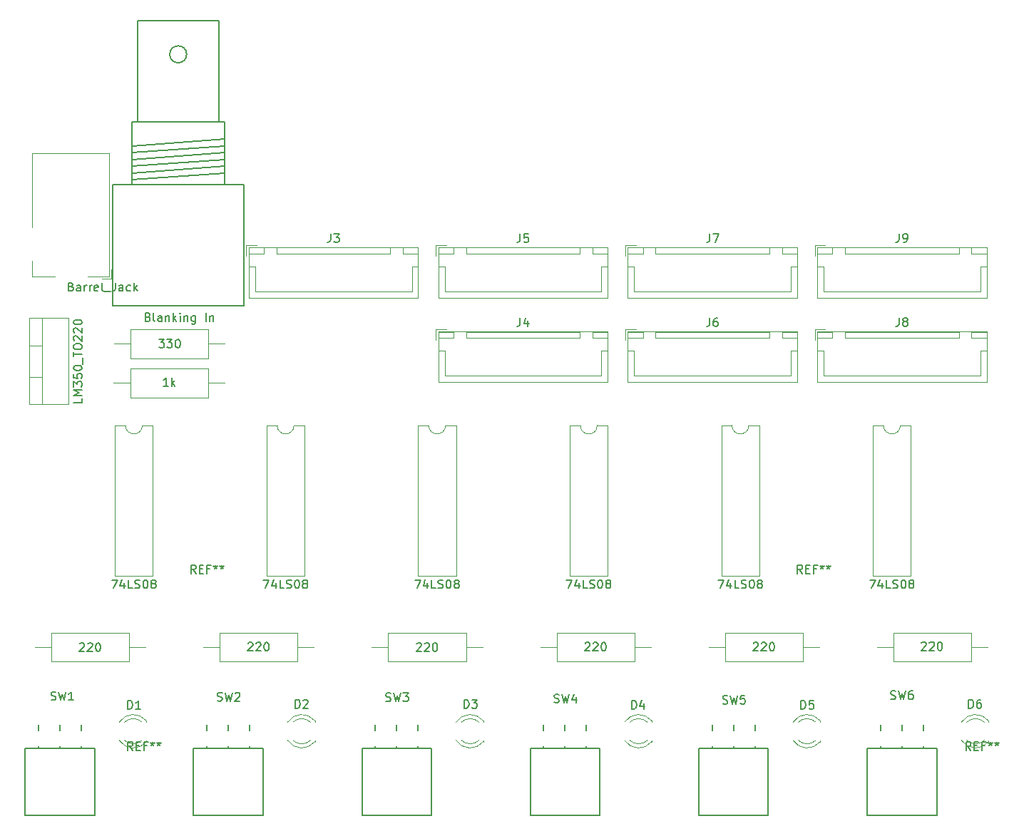
<source format=gbr>
%TF.GenerationSoftware,KiCad,Pcbnew,(6.0.4)*%
%TF.CreationDate,2023-12-08T17:13:01+01:00*%
%TF.ProjectId,BlankingRelay_Base,426c616e-6b69-46e6-9752-656c61795f42,rev?*%
%TF.SameCoordinates,Original*%
%TF.FileFunction,Legend,Top*%
%TF.FilePolarity,Positive*%
%FSLAX46Y46*%
G04 Gerber Fmt 4.6, Leading zero omitted, Abs format (unit mm)*
G04 Created by KiCad (PCBNEW (6.0.4)) date 2023-12-08 17:13:01*
%MOMM*%
%LPD*%
G01*
G04 APERTURE LIST*
%ADD10C,0.150000*%
%ADD11C,0.120000*%
G04 APERTURE END LIST*
D10*
%TO.C,REF\u002A\u002A*%
X123166666Y-121252380D02*
X122833333Y-120776190D01*
X122595238Y-121252380D02*
X122595238Y-120252380D01*
X122976190Y-120252380D01*
X123071428Y-120300000D01*
X123119047Y-120347619D01*
X123166666Y-120442857D01*
X123166666Y-120585714D01*
X123119047Y-120680952D01*
X123071428Y-120728571D01*
X122976190Y-120776190D01*
X122595238Y-120776190D01*
X123595238Y-120728571D02*
X123928571Y-120728571D01*
X124071428Y-121252380D02*
X123595238Y-121252380D01*
X123595238Y-120252380D01*
X124071428Y-120252380D01*
X124833333Y-120728571D02*
X124500000Y-120728571D01*
X124500000Y-121252380D02*
X124500000Y-120252380D01*
X124976190Y-120252380D01*
X125500000Y-120252380D02*
X125500000Y-120490476D01*
X125261904Y-120395238D02*
X125500000Y-120490476D01*
X125738095Y-120395238D01*
X125357142Y-120680952D02*
X125500000Y-120490476D01*
X125642857Y-120680952D01*
X126261904Y-120252380D02*
X126261904Y-120490476D01*
X126023809Y-120395238D02*
X126261904Y-120490476D01*
X126500000Y-120395238D01*
X126119047Y-120680952D02*
X126261904Y-120490476D01*
X126404761Y-120680952D01*
X43666666Y-142252380D02*
X43333333Y-141776190D01*
X43095238Y-142252380D02*
X43095238Y-141252380D01*
X43476190Y-141252380D01*
X43571428Y-141300000D01*
X43619047Y-141347619D01*
X43666666Y-141442857D01*
X43666666Y-141585714D01*
X43619047Y-141680952D01*
X43571428Y-141728571D01*
X43476190Y-141776190D01*
X43095238Y-141776190D01*
X44095238Y-141728571D02*
X44428571Y-141728571D01*
X44571428Y-142252380D02*
X44095238Y-142252380D01*
X44095238Y-141252380D01*
X44571428Y-141252380D01*
X45333333Y-141728571D02*
X45000000Y-141728571D01*
X45000000Y-142252380D02*
X45000000Y-141252380D01*
X45476190Y-141252380D01*
X46000000Y-141252380D02*
X46000000Y-141490476D01*
X45761904Y-141395238D02*
X46000000Y-141490476D01*
X46238095Y-141395238D01*
X45857142Y-141680952D02*
X46000000Y-141490476D01*
X46142857Y-141680952D01*
X46761904Y-141252380D02*
X46761904Y-141490476D01*
X46523809Y-141395238D02*
X46761904Y-141490476D01*
X47000000Y-141395238D01*
X46619047Y-141680952D02*
X46761904Y-141490476D01*
X46904761Y-141680952D01*
X51166666Y-121252380D02*
X50833333Y-120776190D01*
X50595238Y-121252380D02*
X50595238Y-120252380D01*
X50976190Y-120252380D01*
X51071428Y-120300000D01*
X51119047Y-120347619D01*
X51166666Y-120442857D01*
X51166666Y-120585714D01*
X51119047Y-120680952D01*
X51071428Y-120728571D01*
X50976190Y-120776190D01*
X50595238Y-120776190D01*
X51595238Y-120728571D02*
X51928571Y-120728571D01*
X52071428Y-121252380D02*
X51595238Y-121252380D01*
X51595238Y-120252380D01*
X52071428Y-120252380D01*
X52833333Y-120728571D02*
X52500000Y-120728571D01*
X52500000Y-121252380D02*
X52500000Y-120252380D01*
X52976190Y-120252380D01*
X53500000Y-120252380D02*
X53500000Y-120490476D01*
X53261904Y-120395238D02*
X53500000Y-120490476D01*
X53738095Y-120395238D01*
X53357142Y-120680952D02*
X53500000Y-120490476D01*
X53642857Y-120680952D01*
X54261904Y-120252380D02*
X54261904Y-120490476D01*
X54023809Y-120395238D02*
X54261904Y-120490476D01*
X54500000Y-120395238D01*
X54119047Y-120680952D02*
X54261904Y-120490476D01*
X54404761Y-120680952D01*
X143166666Y-142252380D02*
X142833333Y-141776190D01*
X142595238Y-142252380D02*
X142595238Y-141252380D01*
X142976190Y-141252380D01*
X143071428Y-141300000D01*
X143119047Y-141347619D01*
X143166666Y-141442857D01*
X143166666Y-141585714D01*
X143119047Y-141680952D01*
X143071428Y-141728571D01*
X142976190Y-141776190D01*
X142595238Y-141776190D01*
X143595238Y-141728571D02*
X143928571Y-141728571D01*
X144071428Y-142252380D02*
X143595238Y-142252380D01*
X143595238Y-141252380D01*
X144071428Y-141252380D01*
X144833333Y-141728571D02*
X144500000Y-141728571D01*
X144500000Y-142252380D02*
X144500000Y-141252380D01*
X144976190Y-141252380D01*
X145500000Y-141252380D02*
X145500000Y-141490476D01*
X145261904Y-141395238D02*
X145500000Y-141490476D01*
X145738095Y-141395238D01*
X145357142Y-141680952D02*
X145500000Y-141490476D01*
X145642857Y-141680952D01*
X146261904Y-141252380D02*
X146261904Y-141490476D01*
X146023809Y-141395238D02*
X146261904Y-141490476D01*
X146500000Y-141395238D01*
X146119047Y-141680952D02*
X146261904Y-141490476D01*
X146404761Y-141680952D01*
%TO.C,U6*%
X131167142Y-122022380D02*
X131833809Y-122022380D01*
X131405238Y-123022380D01*
X132643333Y-122355714D02*
X132643333Y-123022380D01*
X132405238Y-121974761D02*
X132167142Y-122689047D01*
X132786190Y-122689047D01*
X133643333Y-123022380D02*
X133167142Y-123022380D01*
X133167142Y-122022380D01*
X133929047Y-122974761D02*
X134071904Y-123022380D01*
X134310000Y-123022380D01*
X134405238Y-122974761D01*
X134452857Y-122927142D01*
X134500476Y-122831904D01*
X134500476Y-122736666D01*
X134452857Y-122641428D01*
X134405238Y-122593809D01*
X134310000Y-122546190D01*
X134119523Y-122498571D01*
X134024285Y-122450952D01*
X133976666Y-122403333D01*
X133929047Y-122308095D01*
X133929047Y-122212857D01*
X133976666Y-122117619D01*
X134024285Y-122070000D01*
X134119523Y-122022380D01*
X134357619Y-122022380D01*
X134500476Y-122070000D01*
X135119523Y-122022380D02*
X135214761Y-122022380D01*
X135310000Y-122070000D01*
X135357619Y-122117619D01*
X135405238Y-122212857D01*
X135452857Y-122403333D01*
X135452857Y-122641428D01*
X135405238Y-122831904D01*
X135357619Y-122927142D01*
X135310000Y-122974761D01*
X135214761Y-123022380D01*
X135119523Y-123022380D01*
X135024285Y-122974761D01*
X134976666Y-122927142D01*
X134929047Y-122831904D01*
X134881428Y-122641428D01*
X134881428Y-122403333D01*
X134929047Y-122212857D01*
X134976666Y-122117619D01*
X135024285Y-122070000D01*
X135119523Y-122022380D01*
X136024285Y-122450952D02*
X135929047Y-122403333D01*
X135881428Y-122355714D01*
X135833809Y-122260476D01*
X135833809Y-122212857D01*
X135881428Y-122117619D01*
X135929047Y-122070000D01*
X136024285Y-122022380D01*
X136214761Y-122022380D01*
X136310000Y-122070000D01*
X136357619Y-122117619D01*
X136405238Y-122212857D01*
X136405238Y-122260476D01*
X136357619Y-122355714D01*
X136310000Y-122403333D01*
X136214761Y-122450952D01*
X136024285Y-122450952D01*
X135929047Y-122498571D01*
X135881428Y-122546190D01*
X135833809Y-122641428D01*
X135833809Y-122831904D01*
X135881428Y-122927142D01*
X135929047Y-122974761D01*
X136024285Y-123022380D01*
X136214761Y-123022380D01*
X136310000Y-122974761D01*
X136357619Y-122927142D01*
X136405238Y-122831904D01*
X136405238Y-122641428D01*
X136357619Y-122546190D01*
X136310000Y-122498571D01*
X136214761Y-122450952D01*
%TO.C,J3*%
X67166666Y-80902380D02*
X67166666Y-81616666D01*
X67119047Y-81759523D01*
X67023809Y-81854761D01*
X66880952Y-81902380D01*
X66785714Y-81902380D01*
X67547619Y-80902380D02*
X68166666Y-80902380D01*
X67833333Y-81283333D01*
X67976190Y-81283333D01*
X68071428Y-81330952D01*
X68119047Y-81378571D01*
X68166666Y-81473809D01*
X68166666Y-81711904D01*
X68119047Y-81807142D01*
X68071428Y-81854761D01*
X67976190Y-81902380D01*
X67690476Y-81902380D01*
X67595238Y-81854761D01*
X67547619Y-81807142D01*
%TO.C,U5*%
X113167142Y-122022380D02*
X113833809Y-122022380D01*
X113405238Y-123022380D01*
X114643333Y-122355714D02*
X114643333Y-123022380D01*
X114405238Y-121974761D02*
X114167142Y-122689047D01*
X114786190Y-122689047D01*
X115643333Y-123022380D02*
X115167142Y-123022380D01*
X115167142Y-122022380D01*
X115929047Y-122974761D02*
X116071904Y-123022380D01*
X116310000Y-123022380D01*
X116405238Y-122974761D01*
X116452857Y-122927142D01*
X116500476Y-122831904D01*
X116500476Y-122736666D01*
X116452857Y-122641428D01*
X116405238Y-122593809D01*
X116310000Y-122546190D01*
X116119523Y-122498571D01*
X116024285Y-122450952D01*
X115976666Y-122403333D01*
X115929047Y-122308095D01*
X115929047Y-122212857D01*
X115976666Y-122117619D01*
X116024285Y-122070000D01*
X116119523Y-122022380D01*
X116357619Y-122022380D01*
X116500476Y-122070000D01*
X117119523Y-122022380D02*
X117214761Y-122022380D01*
X117310000Y-122070000D01*
X117357619Y-122117619D01*
X117405238Y-122212857D01*
X117452857Y-122403333D01*
X117452857Y-122641428D01*
X117405238Y-122831904D01*
X117357619Y-122927142D01*
X117310000Y-122974761D01*
X117214761Y-123022380D01*
X117119523Y-123022380D01*
X117024285Y-122974761D01*
X116976666Y-122927142D01*
X116929047Y-122831904D01*
X116881428Y-122641428D01*
X116881428Y-122403333D01*
X116929047Y-122212857D01*
X116976666Y-122117619D01*
X117024285Y-122070000D01*
X117119523Y-122022380D01*
X118024285Y-122450952D02*
X117929047Y-122403333D01*
X117881428Y-122355714D01*
X117833809Y-122260476D01*
X117833809Y-122212857D01*
X117881428Y-122117619D01*
X117929047Y-122070000D01*
X118024285Y-122022380D01*
X118214761Y-122022380D01*
X118310000Y-122070000D01*
X118357619Y-122117619D01*
X118405238Y-122212857D01*
X118405238Y-122260476D01*
X118357619Y-122355714D01*
X118310000Y-122403333D01*
X118214761Y-122450952D01*
X118024285Y-122450952D01*
X117929047Y-122498571D01*
X117881428Y-122546190D01*
X117833809Y-122641428D01*
X117833809Y-122831904D01*
X117881428Y-122927142D01*
X117929047Y-122974761D01*
X118024285Y-123022380D01*
X118214761Y-123022380D01*
X118310000Y-122974761D01*
X118357619Y-122927142D01*
X118405238Y-122831904D01*
X118405238Y-122641428D01*
X118357619Y-122546190D01*
X118310000Y-122498571D01*
X118214761Y-122450952D01*
%TO.C,U4*%
X95167142Y-122022380D02*
X95833809Y-122022380D01*
X95405238Y-123022380D01*
X96643333Y-122355714D02*
X96643333Y-123022380D01*
X96405238Y-121974761D02*
X96167142Y-122689047D01*
X96786190Y-122689047D01*
X97643333Y-123022380D02*
X97167142Y-123022380D01*
X97167142Y-122022380D01*
X97929047Y-122974761D02*
X98071904Y-123022380D01*
X98310000Y-123022380D01*
X98405238Y-122974761D01*
X98452857Y-122927142D01*
X98500476Y-122831904D01*
X98500476Y-122736666D01*
X98452857Y-122641428D01*
X98405238Y-122593809D01*
X98310000Y-122546190D01*
X98119523Y-122498571D01*
X98024285Y-122450952D01*
X97976666Y-122403333D01*
X97929047Y-122308095D01*
X97929047Y-122212857D01*
X97976666Y-122117619D01*
X98024285Y-122070000D01*
X98119523Y-122022380D01*
X98357619Y-122022380D01*
X98500476Y-122070000D01*
X99119523Y-122022380D02*
X99214761Y-122022380D01*
X99310000Y-122070000D01*
X99357619Y-122117619D01*
X99405238Y-122212857D01*
X99452857Y-122403333D01*
X99452857Y-122641428D01*
X99405238Y-122831904D01*
X99357619Y-122927142D01*
X99310000Y-122974761D01*
X99214761Y-123022380D01*
X99119523Y-123022380D01*
X99024285Y-122974761D01*
X98976666Y-122927142D01*
X98929047Y-122831904D01*
X98881428Y-122641428D01*
X98881428Y-122403333D01*
X98929047Y-122212857D01*
X98976666Y-122117619D01*
X99024285Y-122070000D01*
X99119523Y-122022380D01*
X100024285Y-122450952D02*
X99929047Y-122403333D01*
X99881428Y-122355714D01*
X99833809Y-122260476D01*
X99833809Y-122212857D01*
X99881428Y-122117619D01*
X99929047Y-122070000D01*
X100024285Y-122022380D01*
X100214761Y-122022380D01*
X100310000Y-122070000D01*
X100357619Y-122117619D01*
X100405238Y-122212857D01*
X100405238Y-122260476D01*
X100357619Y-122355714D01*
X100310000Y-122403333D01*
X100214761Y-122450952D01*
X100024285Y-122450952D01*
X99929047Y-122498571D01*
X99881428Y-122546190D01*
X99833809Y-122641428D01*
X99833809Y-122831904D01*
X99881428Y-122927142D01*
X99929047Y-122974761D01*
X100024285Y-123022380D01*
X100214761Y-123022380D01*
X100310000Y-122974761D01*
X100357619Y-122927142D01*
X100405238Y-122831904D01*
X100405238Y-122641428D01*
X100357619Y-122546190D01*
X100310000Y-122498571D01*
X100214761Y-122450952D01*
%TO.C,U3*%
X77167142Y-122022380D02*
X77833809Y-122022380D01*
X77405238Y-123022380D01*
X78643333Y-122355714D02*
X78643333Y-123022380D01*
X78405238Y-121974761D02*
X78167142Y-122689047D01*
X78786190Y-122689047D01*
X79643333Y-123022380D02*
X79167142Y-123022380D01*
X79167142Y-122022380D01*
X79929047Y-122974761D02*
X80071904Y-123022380D01*
X80310000Y-123022380D01*
X80405238Y-122974761D01*
X80452857Y-122927142D01*
X80500476Y-122831904D01*
X80500476Y-122736666D01*
X80452857Y-122641428D01*
X80405238Y-122593809D01*
X80310000Y-122546190D01*
X80119523Y-122498571D01*
X80024285Y-122450952D01*
X79976666Y-122403333D01*
X79929047Y-122308095D01*
X79929047Y-122212857D01*
X79976666Y-122117619D01*
X80024285Y-122070000D01*
X80119523Y-122022380D01*
X80357619Y-122022380D01*
X80500476Y-122070000D01*
X81119523Y-122022380D02*
X81214761Y-122022380D01*
X81310000Y-122070000D01*
X81357619Y-122117619D01*
X81405238Y-122212857D01*
X81452857Y-122403333D01*
X81452857Y-122641428D01*
X81405238Y-122831904D01*
X81357619Y-122927142D01*
X81310000Y-122974761D01*
X81214761Y-123022380D01*
X81119523Y-123022380D01*
X81024285Y-122974761D01*
X80976666Y-122927142D01*
X80929047Y-122831904D01*
X80881428Y-122641428D01*
X80881428Y-122403333D01*
X80929047Y-122212857D01*
X80976666Y-122117619D01*
X81024285Y-122070000D01*
X81119523Y-122022380D01*
X82024285Y-122450952D02*
X81929047Y-122403333D01*
X81881428Y-122355714D01*
X81833809Y-122260476D01*
X81833809Y-122212857D01*
X81881428Y-122117619D01*
X81929047Y-122070000D01*
X82024285Y-122022380D01*
X82214761Y-122022380D01*
X82310000Y-122070000D01*
X82357619Y-122117619D01*
X82405238Y-122212857D01*
X82405238Y-122260476D01*
X82357619Y-122355714D01*
X82310000Y-122403333D01*
X82214761Y-122450952D01*
X82024285Y-122450952D01*
X81929047Y-122498571D01*
X81881428Y-122546190D01*
X81833809Y-122641428D01*
X81833809Y-122831904D01*
X81881428Y-122927142D01*
X81929047Y-122974761D01*
X82024285Y-123022380D01*
X82214761Y-123022380D01*
X82310000Y-122974761D01*
X82357619Y-122927142D01*
X82405238Y-122831904D01*
X82405238Y-122641428D01*
X82357619Y-122546190D01*
X82310000Y-122498571D01*
X82214761Y-122450952D01*
%TO.C,U2*%
X59167142Y-122022380D02*
X59833809Y-122022380D01*
X59405238Y-123022380D01*
X60643333Y-122355714D02*
X60643333Y-123022380D01*
X60405238Y-121974761D02*
X60167142Y-122689047D01*
X60786190Y-122689047D01*
X61643333Y-123022380D02*
X61167142Y-123022380D01*
X61167142Y-122022380D01*
X61929047Y-122974761D02*
X62071904Y-123022380D01*
X62310000Y-123022380D01*
X62405238Y-122974761D01*
X62452857Y-122927142D01*
X62500476Y-122831904D01*
X62500476Y-122736666D01*
X62452857Y-122641428D01*
X62405238Y-122593809D01*
X62310000Y-122546190D01*
X62119523Y-122498571D01*
X62024285Y-122450952D01*
X61976666Y-122403333D01*
X61929047Y-122308095D01*
X61929047Y-122212857D01*
X61976666Y-122117619D01*
X62024285Y-122070000D01*
X62119523Y-122022380D01*
X62357619Y-122022380D01*
X62500476Y-122070000D01*
X63119523Y-122022380D02*
X63214761Y-122022380D01*
X63310000Y-122070000D01*
X63357619Y-122117619D01*
X63405238Y-122212857D01*
X63452857Y-122403333D01*
X63452857Y-122641428D01*
X63405238Y-122831904D01*
X63357619Y-122927142D01*
X63310000Y-122974761D01*
X63214761Y-123022380D01*
X63119523Y-123022380D01*
X63024285Y-122974761D01*
X62976666Y-122927142D01*
X62929047Y-122831904D01*
X62881428Y-122641428D01*
X62881428Y-122403333D01*
X62929047Y-122212857D01*
X62976666Y-122117619D01*
X63024285Y-122070000D01*
X63119523Y-122022380D01*
X64024285Y-122450952D02*
X63929047Y-122403333D01*
X63881428Y-122355714D01*
X63833809Y-122260476D01*
X63833809Y-122212857D01*
X63881428Y-122117619D01*
X63929047Y-122070000D01*
X64024285Y-122022380D01*
X64214761Y-122022380D01*
X64310000Y-122070000D01*
X64357619Y-122117619D01*
X64405238Y-122212857D01*
X64405238Y-122260476D01*
X64357619Y-122355714D01*
X64310000Y-122403333D01*
X64214761Y-122450952D01*
X64024285Y-122450952D01*
X63929047Y-122498571D01*
X63881428Y-122546190D01*
X63833809Y-122641428D01*
X63833809Y-122831904D01*
X63881428Y-122927142D01*
X63929047Y-122974761D01*
X64024285Y-123022380D01*
X64214761Y-123022380D01*
X64310000Y-122974761D01*
X64357619Y-122927142D01*
X64405238Y-122831904D01*
X64405238Y-122641428D01*
X64357619Y-122546190D01*
X64310000Y-122498571D01*
X64214761Y-122450952D01*
%TO.C,U1*%
X41167142Y-122022380D02*
X41833809Y-122022380D01*
X41405238Y-123022380D01*
X42643333Y-122355714D02*
X42643333Y-123022380D01*
X42405238Y-121974761D02*
X42167142Y-122689047D01*
X42786190Y-122689047D01*
X43643333Y-123022380D02*
X43167142Y-123022380D01*
X43167142Y-122022380D01*
X43929047Y-122974761D02*
X44071904Y-123022380D01*
X44310000Y-123022380D01*
X44405238Y-122974761D01*
X44452857Y-122927142D01*
X44500476Y-122831904D01*
X44500476Y-122736666D01*
X44452857Y-122641428D01*
X44405238Y-122593809D01*
X44310000Y-122546190D01*
X44119523Y-122498571D01*
X44024285Y-122450952D01*
X43976666Y-122403333D01*
X43929047Y-122308095D01*
X43929047Y-122212857D01*
X43976666Y-122117619D01*
X44024285Y-122070000D01*
X44119523Y-122022380D01*
X44357619Y-122022380D01*
X44500476Y-122070000D01*
X45119523Y-122022380D02*
X45214761Y-122022380D01*
X45310000Y-122070000D01*
X45357619Y-122117619D01*
X45405238Y-122212857D01*
X45452857Y-122403333D01*
X45452857Y-122641428D01*
X45405238Y-122831904D01*
X45357619Y-122927142D01*
X45310000Y-122974761D01*
X45214761Y-123022380D01*
X45119523Y-123022380D01*
X45024285Y-122974761D01*
X44976666Y-122927142D01*
X44929047Y-122831904D01*
X44881428Y-122641428D01*
X44881428Y-122403333D01*
X44929047Y-122212857D01*
X44976666Y-122117619D01*
X45024285Y-122070000D01*
X45119523Y-122022380D01*
X46024285Y-122450952D02*
X45929047Y-122403333D01*
X45881428Y-122355714D01*
X45833809Y-122260476D01*
X45833809Y-122212857D01*
X45881428Y-122117619D01*
X45929047Y-122070000D01*
X46024285Y-122022380D01*
X46214761Y-122022380D01*
X46310000Y-122070000D01*
X46357619Y-122117619D01*
X46405238Y-122212857D01*
X46405238Y-122260476D01*
X46357619Y-122355714D01*
X46310000Y-122403333D01*
X46214761Y-122450952D01*
X46024285Y-122450952D01*
X45929047Y-122498571D01*
X45881428Y-122546190D01*
X45833809Y-122641428D01*
X45833809Y-122831904D01*
X45881428Y-122927142D01*
X45929047Y-122974761D01*
X46024285Y-123022380D01*
X46214761Y-123022380D01*
X46310000Y-122974761D01*
X46357619Y-122927142D01*
X46405238Y-122831904D01*
X46405238Y-122641428D01*
X46357619Y-122546190D01*
X46310000Y-122498571D01*
X46214761Y-122450952D01*
%TO.C,U0*%
X37627380Y-100454761D02*
X37627380Y-100930952D01*
X36627380Y-100930952D01*
X37627380Y-100121428D02*
X36627380Y-100121428D01*
X37341666Y-99788095D01*
X36627380Y-99454761D01*
X37627380Y-99454761D01*
X36627380Y-99073809D02*
X36627380Y-98454761D01*
X37008333Y-98788095D01*
X37008333Y-98645238D01*
X37055952Y-98550000D01*
X37103571Y-98502380D01*
X37198809Y-98454761D01*
X37436904Y-98454761D01*
X37532142Y-98502380D01*
X37579761Y-98550000D01*
X37627380Y-98645238D01*
X37627380Y-98930952D01*
X37579761Y-99026190D01*
X37532142Y-99073809D01*
X36627380Y-97550000D02*
X36627380Y-98026190D01*
X37103571Y-98073809D01*
X37055952Y-98026190D01*
X37008333Y-97930952D01*
X37008333Y-97692857D01*
X37055952Y-97597619D01*
X37103571Y-97550000D01*
X37198809Y-97502380D01*
X37436904Y-97502380D01*
X37532142Y-97550000D01*
X37579761Y-97597619D01*
X37627380Y-97692857D01*
X37627380Y-97930952D01*
X37579761Y-98026190D01*
X37532142Y-98073809D01*
X36627380Y-96883333D02*
X36627380Y-96788095D01*
X36675000Y-96692857D01*
X36722619Y-96645238D01*
X36817857Y-96597619D01*
X37008333Y-96550000D01*
X37246428Y-96550000D01*
X37436904Y-96597619D01*
X37532142Y-96645238D01*
X37579761Y-96692857D01*
X37627380Y-96788095D01*
X37627380Y-96883333D01*
X37579761Y-96978571D01*
X37532142Y-97026190D01*
X37436904Y-97073809D01*
X37246428Y-97121428D01*
X37008333Y-97121428D01*
X36817857Y-97073809D01*
X36722619Y-97026190D01*
X36675000Y-96978571D01*
X36627380Y-96883333D01*
X37722619Y-96359523D02*
X37722619Y-95597619D01*
X36627380Y-95502380D02*
X36627380Y-94930952D01*
X37627380Y-95216666D02*
X36627380Y-95216666D01*
X36627380Y-94407142D02*
X36627380Y-94216666D01*
X36675000Y-94121428D01*
X36770238Y-94026190D01*
X36960714Y-93978571D01*
X37294047Y-93978571D01*
X37484523Y-94026190D01*
X37579761Y-94121428D01*
X37627380Y-94216666D01*
X37627380Y-94407142D01*
X37579761Y-94502380D01*
X37484523Y-94597619D01*
X37294047Y-94645238D01*
X36960714Y-94645238D01*
X36770238Y-94597619D01*
X36675000Y-94502380D01*
X36627380Y-94407142D01*
X36722619Y-93597619D02*
X36675000Y-93550000D01*
X36627380Y-93454761D01*
X36627380Y-93216666D01*
X36675000Y-93121428D01*
X36722619Y-93073809D01*
X36817857Y-93026190D01*
X36913095Y-93026190D01*
X37055952Y-93073809D01*
X37627380Y-93645238D01*
X37627380Y-93026190D01*
X36722619Y-92645238D02*
X36675000Y-92597619D01*
X36627380Y-92502380D01*
X36627380Y-92264285D01*
X36675000Y-92169047D01*
X36722619Y-92121428D01*
X36817857Y-92073809D01*
X36913095Y-92073809D01*
X37055952Y-92121428D01*
X37627380Y-92692857D01*
X37627380Y-92073809D01*
X36627380Y-91454761D02*
X36627380Y-91359523D01*
X36675000Y-91264285D01*
X36722619Y-91216666D01*
X36817857Y-91169047D01*
X37008333Y-91121428D01*
X37246428Y-91121428D01*
X37436904Y-91169047D01*
X37532142Y-91216666D01*
X37579761Y-91264285D01*
X37627380Y-91359523D01*
X37627380Y-91454761D01*
X37579761Y-91550000D01*
X37532142Y-91597619D01*
X37436904Y-91645238D01*
X37246428Y-91692857D01*
X37008333Y-91692857D01*
X36817857Y-91645238D01*
X36722619Y-91597619D01*
X36675000Y-91550000D01*
X36627380Y-91454761D01*
%TO.C,SW6*%
X133666666Y-136154761D02*
X133809523Y-136202380D01*
X134047619Y-136202380D01*
X134142857Y-136154761D01*
X134190476Y-136107142D01*
X134238095Y-136011904D01*
X134238095Y-135916666D01*
X134190476Y-135821428D01*
X134142857Y-135773809D01*
X134047619Y-135726190D01*
X133857142Y-135678571D01*
X133761904Y-135630952D01*
X133714285Y-135583333D01*
X133666666Y-135488095D01*
X133666666Y-135392857D01*
X133714285Y-135297619D01*
X133761904Y-135250000D01*
X133857142Y-135202380D01*
X134095238Y-135202380D01*
X134238095Y-135250000D01*
X134571428Y-135202380D02*
X134809523Y-136202380D01*
X135000000Y-135488095D01*
X135190476Y-136202380D01*
X135428571Y-135202380D01*
X136238095Y-135202380D02*
X136047619Y-135202380D01*
X135952380Y-135250000D01*
X135904761Y-135297619D01*
X135809523Y-135440476D01*
X135761904Y-135630952D01*
X135761904Y-136011904D01*
X135809523Y-136107142D01*
X135857142Y-136154761D01*
X135952380Y-136202380D01*
X136142857Y-136202380D01*
X136238095Y-136154761D01*
X136285714Y-136107142D01*
X136333333Y-136011904D01*
X136333333Y-135773809D01*
X136285714Y-135678571D01*
X136238095Y-135630952D01*
X136142857Y-135583333D01*
X135952380Y-135583333D01*
X135857142Y-135630952D01*
X135809523Y-135678571D01*
X135761904Y-135773809D01*
%TO.C,SW5*%
X113716666Y-136704761D02*
X113859523Y-136752380D01*
X114097619Y-136752380D01*
X114192857Y-136704761D01*
X114240476Y-136657142D01*
X114288095Y-136561904D01*
X114288095Y-136466666D01*
X114240476Y-136371428D01*
X114192857Y-136323809D01*
X114097619Y-136276190D01*
X113907142Y-136228571D01*
X113811904Y-136180952D01*
X113764285Y-136133333D01*
X113716666Y-136038095D01*
X113716666Y-135942857D01*
X113764285Y-135847619D01*
X113811904Y-135800000D01*
X113907142Y-135752380D01*
X114145238Y-135752380D01*
X114288095Y-135800000D01*
X114621428Y-135752380D02*
X114859523Y-136752380D01*
X115050000Y-136038095D01*
X115240476Y-136752380D01*
X115478571Y-135752380D01*
X116335714Y-135752380D02*
X115859523Y-135752380D01*
X115811904Y-136228571D01*
X115859523Y-136180952D01*
X115954761Y-136133333D01*
X116192857Y-136133333D01*
X116288095Y-136180952D01*
X116335714Y-136228571D01*
X116383333Y-136323809D01*
X116383333Y-136561904D01*
X116335714Y-136657142D01*
X116288095Y-136704761D01*
X116192857Y-136752380D01*
X115954761Y-136752380D01*
X115859523Y-136704761D01*
X115811904Y-136657142D01*
%TO.C,SW4*%
X93716666Y-136554761D02*
X93859523Y-136602380D01*
X94097619Y-136602380D01*
X94192857Y-136554761D01*
X94240476Y-136507142D01*
X94288095Y-136411904D01*
X94288095Y-136316666D01*
X94240476Y-136221428D01*
X94192857Y-136173809D01*
X94097619Y-136126190D01*
X93907142Y-136078571D01*
X93811904Y-136030952D01*
X93764285Y-135983333D01*
X93716666Y-135888095D01*
X93716666Y-135792857D01*
X93764285Y-135697619D01*
X93811904Y-135650000D01*
X93907142Y-135602380D01*
X94145238Y-135602380D01*
X94288095Y-135650000D01*
X94621428Y-135602380D02*
X94859523Y-136602380D01*
X95050000Y-135888095D01*
X95240476Y-136602380D01*
X95478571Y-135602380D01*
X96288095Y-135935714D02*
X96288095Y-136602380D01*
X96050000Y-135554761D02*
X95811904Y-136269047D01*
X96430952Y-136269047D01*
%TO.C,SW3*%
X73716666Y-136404761D02*
X73859523Y-136452380D01*
X74097619Y-136452380D01*
X74192857Y-136404761D01*
X74240476Y-136357142D01*
X74288095Y-136261904D01*
X74288095Y-136166666D01*
X74240476Y-136071428D01*
X74192857Y-136023809D01*
X74097619Y-135976190D01*
X73907142Y-135928571D01*
X73811904Y-135880952D01*
X73764285Y-135833333D01*
X73716666Y-135738095D01*
X73716666Y-135642857D01*
X73764285Y-135547619D01*
X73811904Y-135500000D01*
X73907142Y-135452380D01*
X74145238Y-135452380D01*
X74288095Y-135500000D01*
X74621428Y-135452380D02*
X74859523Y-136452380D01*
X75050000Y-135738095D01*
X75240476Y-136452380D01*
X75478571Y-135452380D01*
X75764285Y-135452380D02*
X76383333Y-135452380D01*
X76050000Y-135833333D01*
X76192857Y-135833333D01*
X76288095Y-135880952D01*
X76335714Y-135928571D01*
X76383333Y-136023809D01*
X76383333Y-136261904D01*
X76335714Y-136357142D01*
X76288095Y-136404761D01*
X76192857Y-136452380D01*
X75907142Y-136452380D01*
X75811904Y-136404761D01*
X75764285Y-136357142D01*
%TO.C,SW2*%
X53716666Y-136354761D02*
X53859523Y-136402380D01*
X54097619Y-136402380D01*
X54192857Y-136354761D01*
X54240476Y-136307142D01*
X54288095Y-136211904D01*
X54288095Y-136116666D01*
X54240476Y-136021428D01*
X54192857Y-135973809D01*
X54097619Y-135926190D01*
X53907142Y-135878571D01*
X53811904Y-135830952D01*
X53764285Y-135783333D01*
X53716666Y-135688095D01*
X53716666Y-135592857D01*
X53764285Y-135497619D01*
X53811904Y-135450000D01*
X53907142Y-135402380D01*
X54145238Y-135402380D01*
X54288095Y-135450000D01*
X54621428Y-135402380D02*
X54859523Y-136402380D01*
X55050000Y-135688095D01*
X55240476Y-136402380D01*
X55478571Y-135402380D01*
X55811904Y-135497619D02*
X55859523Y-135450000D01*
X55954761Y-135402380D01*
X56192857Y-135402380D01*
X56288095Y-135450000D01*
X56335714Y-135497619D01*
X56383333Y-135592857D01*
X56383333Y-135688095D01*
X56335714Y-135830952D01*
X55764285Y-136402380D01*
X56383333Y-136402380D01*
%TO.C,SW1*%
X33966666Y-136254761D02*
X34109523Y-136302380D01*
X34347619Y-136302380D01*
X34442857Y-136254761D01*
X34490476Y-136207142D01*
X34538095Y-136111904D01*
X34538095Y-136016666D01*
X34490476Y-135921428D01*
X34442857Y-135873809D01*
X34347619Y-135826190D01*
X34157142Y-135778571D01*
X34061904Y-135730952D01*
X34014285Y-135683333D01*
X33966666Y-135588095D01*
X33966666Y-135492857D01*
X34014285Y-135397619D01*
X34061904Y-135350000D01*
X34157142Y-135302380D01*
X34395238Y-135302380D01*
X34538095Y-135350000D01*
X34871428Y-135302380D02*
X35109523Y-136302380D01*
X35300000Y-135588095D01*
X35490476Y-136302380D01*
X35728571Y-135302380D01*
X36633333Y-136302380D02*
X36061904Y-136302380D01*
X36347619Y-136302380D02*
X36347619Y-135302380D01*
X36252380Y-135445238D01*
X36157142Y-135540476D01*
X36061904Y-135588095D01*
%TO.C,R99*%
X46770285Y-93432380D02*
X47389333Y-93432380D01*
X47056000Y-93813333D01*
X47198857Y-93813333D01*
X47294095Y-93860952D01*
X47341714Y-93908571D01*
X47389333Y-94003809D01*
X47389333Y-94241904D01*
X47341714Y-94337142D01*
X47294095Y-94384761D01*
X47198857Y-94432380D01*
X46913142Y-94432380D01*
X46817904Y-94384761D01*
X46770285Y-94337142D01*
X47722666Y-93432380D02*
X48341714Y-93432380D01*
X48008380Y-93813333D01*
X48151238Y-93813333D01*
X48246476Y-93860952D01*
X48294095Y-93908571D01*
X48341714Y-94003809D01*
X48341714Y-94241904D01*
X48294095Y-94337142D01*
X48246476Y-94384761D01*
X48151238Y-94432380D01*
X47865523Y-94432380D01*
X47770285Y-94384761D01*
X47722666Y-94337142D01*
X48960761Y-93432380D02*
X49056000Y-93432380D01*
X49151238Y-93480000D01*
X49198857Y-93527619D01*
X49246476Y-93622857D01*
X49294095Y-93813333D01*
X49294095Y-94051428D01*
X49246476Y-94241904D01*
X49198857Y-94337142D01*
X49151238Y-94384761D01*
X49056000Y-94432380D01*
X48960761Y-94432380D01*
X48865523Y-94384761D01*
X48817904Y-94337142D01*
X48770285Y-94241904D01*
X48722666Y-94051428D01*
X48722666Y-93813333D01*
X48770285Y-93622857D01*
X48817904Y-93527619D01*
X48865523Y-93480000D01*
X48960761Y-93432380D01*
%TO.C,R98*%
X47880952Y-99002380D02*
X47309523Y-99002380D01*
X47595238Y-99002380D02*
X47595238Y-98002380D01*
X47500000Y-98145238D01*
X47404761Y-98240476D01*
X47309523Y-98288095D01*
X48309523Y-99002380D02*
X48309523Y-98002380D01*
X48404761Y-98621428D02*
X48690476Y-99002380D01*
X48690476Y-98335714D02*
X48309523Y-98716666D01*
%TO.C,R6*%
X137311904Y-129497619D02*
X137359523Y-129450000D01*
X137454761Y-129402380D01*
X137692857Y-129402380D01*
X137788095Y-129450000D01*
X137835714Y-129497619D01*
X137883333Y-129592857D01*
X137883333Y-129688095D01*
X137835714Y-129830952D01*
X137264285Y-130402380D01*
X137883333Y-130402380D01*
X138264285Y-129497619D02*
X138311904Y-129450000D01*
X138407142Y-129402380D01*
X138645238Y-129402380D01*
X138740476Y-129450000D01*
X138788095Y-129497619D01*
X138835714Y-129592857D01*
X138835714Y-129688095D01*
X138788095Y-129830952D01*
X138216666Y-130402380D01*
X138835714Y-130402380D01*
X139454761Y-129402380D02*
X139550000Y-129402380D01*
X139645238Y-129450000D01*
X139692857Y-129497619D01*
X139740476Y-129592857D01*
X139788095Y-129783333D01*
X139788095Y-130021428D01*
X139740476Y-130211904D01*
X139692857Y-130307142D01*
X139645238Y-130354761D01*
X139550000Y-130402380D01*
X139454761Y-130402380D01*
X139359523Y-130354761D01*
X139311904Y-130307142D01*
X139264285Y-130211904D01*
X139216666Y-130021428D01*
X139216666Y-129783333D01*
X139264285Y-129592857D01*
X139311904Y-129497619D01*
X139359523Y-129450000D01*
X139454761Y-129402380D01*
%TO.C,R5*%
X117361904Y-129547619D02*
X117409523Y-129500000D01*
X117504761Y-129452380D01*
X117742857Y-129452380D01*
X117838095Y-129500000D01*
X117885714Y-129547619D01*
X117933333Y-129642857D01*
X117933333Y-129738095D01*
X117885714Y-129880952D01*
X117314285Y-130452380D01*
X117933333Y-130452380D01*
X118314285Y-129547619D02*
X118361904Y-129500000D01*
X118457142Y-129452380D01*
X118695238Y-129452380D01*
X118790476Y-129500000D01*
X118838095Y-129547619D01*
X118885714Y-129642857D01*
X118885714Y-129738095D01*
X118838095Y-129880952D01*
X118266666Y-130452380D01*
X118885714Y-130452380D01*
X119504761Y-129452380D02*
X119600000Y-129452380D01*
X119695238Y-129500000D01*
X119742857Y-129547619D01*
X119790476Y-129642857D01*
X119838095Y-129833333D01*
X119838095Y-130071428D01*
X119790476Y-130261904D01*
X119742857Y-130357142D01*
X119695238Y-130404761D01*
X119600000Y-130452380D01*
X119504761Y-130452380D01*
X119409523Y-130404761D01*
X119361904Y-130357142D01*
X119314285Y-130261904D01*
X119266666Y-130071428D01*
X119266666Y-129833333D01*
X119314285Y-129642857D01*
X119361904Y-129547619D01*
X119409523Y-129500000D01*
X119504761Y-129452380D01*
%TO.C,R4*%
X97381904Y-129547619D02*
X97429523Y-129500000D01*
X97524761Y-129452380D01*
X97762857Y-129452380D01*
X97858095Y-129500000D01*
X97905714Y-129547619D01*
X97953333Y-129642857D01*
X97953333Y-129738095D01*
X97905714Y-129880952D01*
X97334285Y-130452380D01*
X97953333Y-130452380D01*
X98334285Y-129547619D02*
X98381904Y-129500000D01*
X98477142Y-129452380D01*
X98715238Y-129452380D01*
X98810476Y-129500000D01*
X98858095Y-129547619D01*
X98905714Y-129642857D01*
X98905714Y-129738095D01*
X98858095Y-129880952D01*
X98286666Y-130452380D01*
X98905714Y-130452380D01*
X99524761Y-129452380D02*
X99620000Y-129452380D01*
X99715238Y-129500000D01*
X99762857Y-129547619D01*
X99810476Y-129642857D01*
X99858095Y-129833333D01*
X99858095Y-130071428D01*
X99810476Y-130261904D01*
X99762857Y-130357142D01*
X99715238Y-130404761D01*
X99620000Y-130452380D01*
X99524761Y-130452380D01*
X99429523Y-130404761D01*
X99381904Y-130357142D01*
X99334285Y-130261904D01*
X99286666Y-130071428D01*
X99286666Y-129833333D01*
X99334285Y-129642857D01*
X99381904Y-129547619D01*
X99429523Y-129500000D01*
X99524761Y-129452380D01*
%TO.C,R3*%
X77361904Y-129597619D02*
X77409523Y-129550000D01*
X77504761Y-129502380D01*
X77742857Y-129502380D01*
X77838095Y-129550000D01*
X77885714Y-129597619D01*
X77933333Y-129692857D01*
X77933333Y-129788095D01*
X77885714Y-129930952D01*
X77314285Y-130502380D01*
X77933333Y-130502380D01*
X78314285Y-129597619D02*
X78361904Y-129550000D01*
X78457142Y-129502380D01*
X78695238Y-129502380D01*
X78790476Y-129550000D01*
X78838095Y-129597619D01*
X78885714Y-129692857D01*
X78885714Y-129788095D01*
X78838095Y-129930952D01*
X78266666Y-130502380D01*
X78885714Y-130502380D01*
X79504761Y-129502380D02*
X79600000Y-129502380D01*
X79695238Y-129550000D01*
X79742857Y-129597619D01*
X79790476Y-129692857D01*
X79838095Y-129883333D01*
X79838095Y-130121428D01*
X79790476Y-130311904D01*
X79742857Y-130407142D01*
X79695238Y-130454761D01*
X79600000Y-130502380D01*
X79504761Y-130502380D01*
X79409523Y-130454761D01*
X79361904Y-130407142D01*
X79314285Y-130311904D01*
X79266666Y-130121428D01*
X79266666Y-129883333D01*
X79314285Y-129692857D01*
X79361904Y-129597619D01*
X79409523Y-129550000D01*
X79504761Y-129502380D01*
%TO.C,R2*%
X57361904Y-129547619D02*
X57409523Y-129500000D01*
X57504761Y-129452380D01*
X57742857Y-129452380D01*
X57838095Y-129500000D01*
X57885714Y-129547619D01*
X57933333Y-129642857D01*
X57933333Y-129738095D01*
X57885714Y-129880952D01*
X57314285Y-130452380D01*
X57933333Y-130452380D01*
X58314285Y-129547619D02*
X58361904Y-129500000D01*
X58457142Y-129452380D01*
X58695238Y-129452380D01*
X58790476Y-129500000D01*
X58838095Y-129547619D01*
X58885714Y-129642857D01*
X58885714Y-129738095D01*
X58838095Y-129880952D01*
X58266666Y-130452380D01*
X58885714Y-130452380D01*
X59504761Y-129452380D02*
X59600000Y-129452380D01*
X59695238Y-129500000D01*
X59742857Y-129547619D01*
X59790476Y-129642857D01*
X59838095Y-129833333D01*
X59838095Y-130071428D01*
X59790476Y-130261904D01*
X59742857Y-130357142D01*
X59695238Y-130404761D01*
X59600000Y-130452380D01*
X59504761Y-130452380D01*
X59409523Y-130404761D01*
X59361904Y-130357142D01*
X59314285Y-130261904D01*
X59266666Y-130071428D01*
X59266666Y-129833333D01*
X59314285Y-129642857D01*
X59361904Y-129547619D01*
X59409523Y-129500000D01*
X59504761Y-129452380D01*
%TO.C,R1*%
X37361904Y-129597619D02*
X37409523Y-129550000D01*
X37504761Y-129502380D01*
X37742857Y-129502380D01*
X37838095Y-129550000D01*
X37885714Y-129597619D01*
X37933333Y-129692857D01*
X37933333Y-129788095D01*
X37885714Y-129930952D01*
X37314285Y-130502380D01*
X37933333Y-130502380D01*
X38314285Y-129597619D02*
X38361904Y-129550000D01*
X38457142Y-129502380D01*
X38695238Y-129502380D01*
X38790476Y-129550000D01*
X38838095Y-129597619D01*
X38885714Y-129692857D01*
X38885714Y-129788095D01*
X38838095Y-129930952D01*
X38266666Y-130502380D01*
X38885714Y-130502380D01*
X39504761Y-129502380D02*
X39600000Y-129502380D01*
X39695238Y-129550000D01*
X39742857Y-129597619D01*
X39790476Y-129692857D01*
X39838095Y-129883333D01*
X39838095Y-130121428D01*
X39790476Y-130311904D01*
X39742857Y-130407142D01*
X39695238Y-130454761D01*
X39600000Y-130502380D01*
X39504761Y-130502380D01*
X39409523Y-130454761D01*
X39361904Y-130407142D01*
X39314285Y-130311904D01*
X39266666Y-130121428D01*
X39266666Y-129883333D01*
X39314285Y-129692857D01*
X39361904Y-129597619D01*
X39409523Y-129550000D01*
X39504761Y-129502380D01*
%TO.C,J9*%
X134666666Y-80902380D02*
X134666666Y-81616666D01*
X134619047Y-81759523D01*
X134523809Y-81854761D01*
X134380952Y-81902380D01*
X134285714Y-81902380D01*
X135190476Y-81902380D02*
X135380952Y-81902380D01*
X135476190Y-81854761D01*
X135523809Y-81807142D01*
X135619047Y-81664285D01*
X135666666Y-81473809D01*
X135666666Y-81092857D01*
X135619047Y-80997619D01*
X135571428Y-80950000D01*
X135476190Y-80902380D01*
X135285714Y-80902380D01*
X135190476Y-80950000D01*
X135142857Y-80997619D01*
X135095238Y-81092857D01*
X135095238Y-81330952D01*
X135142857Y-81426190D01*
X135190476Y-81473809D01*
X135285714Y-81521428D01*
X135476190Y-81521428D01*
X135571428Y-81473809D01*
X135619047Y-81426190D01*
X135666666Y-81330952D01*
%TO.C,J8*%
X134666666Y-90902380D02*
X134666666Y-91616666D01*
X134619047Y-91759523D01*
X134523809Y-91854761D01*
X134380952Y-91902380D01*
X134285714Y-91902380D01*
X135285714Y-91330952D02*
X135190476Y-91283333D01*
X135142857Y-91235714D01*
X135095238Y-91140476D01*
X135095238Y-91092857D01*
X135142857Y-90997619D01*
X135190476Y-90950000D01*
X135285714Y-90902380D01*
X135476190Y-90902380D01*
X135571428Y-90950000D01*
X135619047Y-90997619D01*
X135666666Y-91092857D01*
X135666666Y-91140476D01*
X135619047Y-91235714D01*
X135571428Y-91283333D01*
X135476190Y-91330952D01*
X135285714Y-91330952D01*
X135190476Y-91378571D01*
X135142857Y-91426190D01*
X135095238Y-91521428D01*
X135095238Y-91711904D01*
X135142857Y-91807142D01*
X135190476Y-91854761D01*
X135285714Y-91902380D01*
X135476190Y-91902380D01*
X135571428Y-91854761D01*
X135619047Y-91807142D01*
X135666666Y-91711904D01*
X135666666Y-91521428D01*
X135619047Y-91426190D01*
X135571428Y-91378571D01*
X135476190Y-91330952D01*
%TO.C,J7*%
X112166666Y-80902380D02*
X112166666Y-81616666D01*
X112119047Y-81759523D01*
X112023809Y-81854761D01*
X111880952Y-81902380D01*
X111785714Y-81902380D01*
X112547619Y-80902380D02*
X113214285Y-80902380D01*
X112785714Y-81902380D01*
%TO.C,J6*%
X112166666Y-90902380D02*
X112166666Y-91616666D01*
X112119047Y-91759523D01*
X112023809Y-91854761D01*
X111880952Y-91902380D01*
X111785714Y-91902380D01*
X113071428Y-90902380D02*
X112880952Y-90902380D01*
X112785714Y-90950000D01*
X112738095Y-90997619D01*
X112642857Y-91140476D01*
X112595238Y-91330952D01*
X112595238Y-91711904D01*
X112642857Y-91807142D01*
X112690476Y-91854761D01*
X112785714Y-91902380D01*
X112976190Y-91902380D01*
X113071428Y-91854761D01*
X113119047Y-91807142D01*
X113166666Y-91711904D01*
X113166666Y-91473809D01*
X113119047Y-91378571D01*
X113071428Y-91330952D01*
X112976190Y-91283333D01*
X112785714Y-91283333D01*
X112690476Y-91330952D01*
X112642857Y-91378571D01*
X112595238Y-91473809D01*
%TO.C,J5*%
X89666666Y-80902380D02*
X89666666Y-81616666D01*
X89619047Y-81759523D01*
X89523809Y-81854761D01*
X89380952Y-81902380D01*
X89285714Y-81902380D01*
X90619047Y-80902380D02*
X90142857Y-80902380D01*
X90095238Y-81378571D01*
X90142857Y-81330952D01*
X90238095Y-81283333D01*
X90476190Y-81283333D01*
X90571428Y-81330952D01*
X90619047Y-81378571D01*
X90666666Y-81473809D01*
X90666666Y-81711904D01*
X90619047Y-81807142D01*
X90571428Y-81854761D01*
X90476190Y-81902380D01*
X90238095Y-81902380D01*
X90142857Y-81854761D01*
X90095238Y-81807142D01*
%TO.C,J4*%
X89666666Y-90902380D02*
X89666666Y-91616666D01*
X89619047Y-91759523D01*
X89523809Y-91854761D01*
X89380952Y-91902380D01*
X89285714Y-91902380D01*
X90571428Y-91235714D02*
X90571428Y-91902380D01*
X90333333Y-90854761D02*
X90095238Y-91569047D01*
X90714285Y-91569047D01*
%TO.C,J2*%
X45475714Y-90778361D02*
X45618571Y-90825980D01*
X45666190Y-90873599D01*
X45713809Y-90968837D01*
X45713809Y-91111694D01*
X45666190Y-91206932D01*
X45618571Y-91254551D01*
X45523333Y-91302170D01*
X45142380Y-91302170D01*
X45142380Y-90302170D01*
X45475714Y-90302170D01*
X45570952Y-90349790D01*
X45618571Y-90397409D01*
X45666190Y-90492647D01*
X45666190Y-90587885D01*
X45618571Y-90683123D01*
X45570952Y-90730742D01*
X45475714Y-90778361D01*
X45142380Y-90778361D01*
X46285238Y-91302170D02*
X46190000Y-91254551D01*
X46142380Y-91159313D01*
X46142380Y-90302170D01*
X47094761Y-91302170D02*
X47094761Y-90778361D01*
X47047142Y-90683123D01*
X46951904Y-90635504D01*
X46761428Y-90635504D01*
X46666190Y-90683123D01*
X47094761Y-91254551D02*
X46999523Y-91302170D01*
X46761428Y-91302170D01*
X46666190Y-91254551D01*
X46618571Y-91159313D01*
X46618571Y-91064075D01*
X46666190Y-90968837D01*
X46761428Y-90921218D01*
X46999523Y-90921218D01*
X47094761Y-90873599D01*
X47570952Y-90635504D02*
X47570952Y-91302170D01*
X47570952Y-90730742D02*
X47618571Y-90683123D01*
X47713809Y-90635504D01*
X47856666Y-90635504D01*
X47951904Y-90683123D01*
X47999523Y-90778361D01*
X47999523Y-91302170D01*
X48475714Y-91302170D02*
X48475714Y-90302170D01*
X48570952Y-90921218D02*
X48856666Y-91302170D01*
X48856666Y-90635504D02*
X48475714Y-91016456D01*
X49285238Y-91302170D02*
X49285238Y-90635504D01*
X49285238Y-90302170D02*
X49237619Y-90349790D01*
X49285238Y-90397409D01*
X49332857Y-90349790D01*
X49285238Y-90302170D01*
X49285238Y-90397409D01*
X49761428Y-90635504D02*
X49761428Y-91302170D01*
X49761428Y-90730742D02*
X49809047Y-90683123D01*
X49904285Y-90635504D01*
X50047142Y-90635504D01*
X50142380Y-90683123D01*
X50190000Y-90778361D01*
X50190000Y-91302170D01*
X51094761Y-90635504D02*
X51094761Y-91445028D01*
X51047142Y-91540266D01*
X50999523Y-91587885D01*
X50904285Y-91635504D01*
X50761428Y-91635504D01*
X50666190Y-91587885D01*
X51094761Y-91254551D02*
X50999523Y-91302170D01*
X50809047Y-91302170D01*
X50713809Y-91254551D01*
X50666190Y-91206932D01*
X50618571Y-91111694D01*
X50618571Y-90825980D01*
X50666190Y-90730742D01*
X50713809Y-90683123D01*
X50809047Y-90635504D01*
X50999523Y-90635504D01*
X51094761Y-90683123D01*
X52332857Y-91302170D02*
X52332857Y-90302170D01*
X52809047Y-90635504D02*
X52809047Y-91302170D01*
X52809047Y-90730742D02*
X52856666Y-90683123D01*
X52951904Y-90635504D01*
X53094761Y-90635504D01*
X53190000Y-90683123D01*
X53237619Y-90778361D01*
X53237619Y-91302170D01*
%TO.C,J1*%
X36349404Y-87178571D02*
X36492261Y-87226190D01*
X36539880Y-87273809D01*
X36587500Y-87369047D01*
X36587500Y-87511904D01*
X36539880Y-87607142D01*
X36492261Y-87654761D01*
X36397023Y-87702380D01*
X36016071Y-87702380D01*
X36016071Y-86702380D01*
X36349404Y-86702380D01*
X36444642Y-86750000D01*
X36492261Y-86797619D01*
X36539880Y-86892857D01*
X36539880Y-86988095D01*
X36492261Y-87083333D01*
X36444642Y-87130952D01*
X36349404Y-87178571D01*
X36016071Y-87178571D01*
X37444642Y-87702380D02*
X37444642Y-87178571D01*
X37397023Y-87083333D01*
X37301785Y-87035714D01*
X37111309Y-87035714D01*
X37016071Y-87083333D01*
X37444642Y-87654761D02*
X37349404Y-87702380D01*
X37111309Y-87702380D01*
X37016071Y-87654761D01*
X36968452Y-87559523D01*
X36968452Y-87464285D01*
X37016071Y-87369047D01*
X37111309Y-87321428D01*
X37349404Y-87321428D01*
X37444642Y-87273809D01*
X37920833Y-87702380D02*
X37920833Y-87035714D01*
X37920833Y-87226190D02*
X37968452Y-87130952D01*
X38016071Y-87083333D01*
X38111309Y-87035714D01*
X38206547Y-87035714D01*
X38539880Y-87702380D02*
X38539880Y-87035714D01*
X38539880Y-87226190D02*
X38587500Y-87130952D01*
X38635119Y-87083333D01*
X38730357Y-87035714D01*
X38825595Y-87035714D01*
X39539880Y-87654761D02*
X39444642Y-87702380D01*
X39254166Y-87702380D01*
X39158928Y-87654761D01*
X39111309Y-87559523D01*
X39111309Y-87178571D01*
X39158928Y-87083333D01*
X39254166Y-87035714D01*
X39444642Y-87035714D01*
X39539880Y-87083333D01*
X39587500Y-87178571D01*
X39587500Y-87273809D01*
X39111309Y-87369047D01*
X40158928Y-87702380D02*
X40063690Y-87654761D01*
X40016071Y-87559523D01*
X40016071Y-86702380D01*
X40301785Y-87797619D02*
X41063690Y-87797619D01*
X41587500Y-86702380D02*
X41587500Y-87416666D01*
X41539880Y-87559523D01*
X41444642Y-87654761D01*
X41301785Y-87702380D01*
X41206547Y-87702380D01*
X42492261Y-87702380D02*
X42492261Y-87178571D01*
X42444642Y-87083333D01*
X42349404Y-87035714D01*
X42158928Y-87035714D01*
X42063690Y-87083333D01*
X42492261Y-87654761D02*
X42397023Y-87702380D01*
X42158928Y-87702380D01*
X42063690Y-87654761D01*
X42016071Y-87559523D01*
X42016071Y-87464285D01*
X42063690Y-87369047D01*
X42158928Y-87321428D01*
X42397023Y-87321428D01*
X42492261Y-87273809D01*
X43397023Y-87654761D02*
X43301785Y-87702380D01*
X43111309Y-87702380D01*
X43016071Y-87654761D01*
X42968452Y-87607142D01*
X42920833Y-87511904D01*
X42920833Y-87226190D01*
X42968452Y-87130952D01*
X43016071Y-87083333D01*
X43111309Y-87035714D01*
X43301785Y-87035714D01*
X43397023Y-87083333D01*
X43825595Y-87702380D02*
X43825595Y-86702380D01*
X43920833Y-87321428D02*
X44206547Y-87702380D01*
X44206547Y-87035714D02*
X43825595Y-87416666D01*
%TO.C,D6*%
X142911904Y-137252380D02*
X142911904Y-136252380D01*
X143150000Y-136252380D01*
X143292857Y-136300000D01*
X143388095Y-136395238D01*
X143435714Y-136490476D01*
X143483333Y-136680952D01*
X143483333Y-136823809D01*
X143435714Y-137014285D01*
X143388095Y-137109523D01*
X143292857Y-137204761D01*
X143150000Y-137252380D01*
X142911904Y-137252380D01*
X144340476Y-136252380D02*
X144150000Y-136252380D01*
X144054761Y-136300000D01*
X144007142Y-136347619D01*
X143911904Y-136490476D01*
X143864285Y-136680952D01*
X143864285Y-137061904D01*
X143911904Y-137157142D01*
X143959523Y-137204761D01*
X144054761Y-137252380D01*
X144245238Y-137252380D01*
X144340476Y-137204761D01*
X144388095Y-137157142D01*
X144435714Y-137061904D01*
X144435714Y-136823809D01*
X144388095Y-136728571D01*
X144340476Y-136680952D01*
X144245238Y-136633333D01*
X144054761Y-136633333D01*
X143959523Y-136680952D01*
X143911904Y-136728571D01*
X143864285Y-136823809D01*
%TO.C,D5*%
X123011904Y-137352380D02*
X123011904Y-136352380D01*
X123250000Y-136352380D01*
X123392857Y-136400000D01*
X123488095Y-136495238D01*
X123535714Y-136590476D01*
X123583333Y-136780952D01*
X123583333Y-136923809D01*
X123535714Y-137114285D01*
X123488095Y-137209523D01*
X123392857Y-137304761D01*
X123250000Y-137352380D01*
X123011904Y-137352380D01*
X124488095Y-136352380D02*
X124011904Y-136352380D01*
X123964285Y-136828571D01*
X124011904Y-136780952D01*
X124107142Y-136733333D01*
X124345238Y-136733333D01*
X124440476Y-136780952D01*
X124488095Y-136828571D01*
X124535714Y-136923809D01*
X124535714Y-137161904D01*
X124488095Y-137257142D01*
X124440476Y-137304761D01*
X124345238Y-137352380D01*
X124107142Y-137352380D01*
X124011904Y-137304761D01*
X123964285Y-137257142D01*
%TO.C,D4*%
X102911904Y-137352380D02*
X102911904Y-136352380D01*
X103150000Y-136352380D01*
X103292857Y-136400000D01*
X103388095Y-136495238D01*
X103435714Y-136590476D01*
X103483333Y-136780952D01*
X103483333Y-136923809D01*
X103435714Y-137114285D01*
X103388095Y-137209523D01*
X103292857Y-137304761D01*
X103150000Y-137352380D01*
X102911904Y-137352380D01*
X104340476Y-136685714D02*
X104340476Y-137352380D01*
X104102380Y-136304761D02*
X103864285Y-137019047D01*
X104483333Y-137019047D01*
%TO.C,D3*%
X83011904Y-137252380D02*
X83011904Y-136252380D01*
X83250000Y-136252380D01*
X83392857Y-136300000D01*
X83488095Y-136395238D01*
X83535714Y-136490476D01*
X83583333Y-136680952D01*
X83583333Y-136823809D01*
X83535714Y-137014285D01*
X83488095Y-137109523D01*
X83392857Y-137204761D01*
X83250000Y-137252380D01*
X83011904Y-137252380D01*
X83916666Y-136252380D02*
X84535714Y-136252380D01*
X84202380Y-136633333D01*
X84345238Y-136633333D01*
X84440476Y-136680952D01*
X84488095Y-136728571D01*
X84535714Y-136823809D01*
X84535714Y-137061904D01*
X84488095Y-137157142D01*
X84440476Y-137204761D01*
X84345238Y-137252380D01*
X84059523Y-137252380D01*
X83964285Y-137204761D01*
X83916666Y-137157142D01*
%TO.C,D2*%
X62961904Y-137252380D02*
X62961904Y-136252380D01*
X63200000Y-136252380D01*
X63342857Y-136300000D01*
X63438095Y-136395238D01*
X63485714Y-136490476D01*
X63533333Y-136680952D01*
X63533333Y-136823809D01*
X63485714Y-137014285D01*
X63438095Y-137109523D01*
X63342857Y-137204761D01*
X63200000Y-137252380D01*
X62961904Y-137252380D01*
X63914285Y-136347619D02*
X63961904Y-136300000D01*
X64057142Y-136252380D01*
X64295238Y-136252380D01*
X64390476Y-136300000D01*
X64438095Y-136347619D01*
X64485714Y-136442857D01*
X64485714Y-136538095D01*
X64438095Y-136680952D01*
X63866666Y-137252380D01*
X64485714Y-137252380D01*
%TO.C,D1*%
X43061904Y-137352380D02*
X43061904Y-136352380D01*
X43300000Y-136352380D01*
X43442857Y-136400000D01*
X43538095Y-136495238D01*
X43585714Y-136590476D01*
X43633333Y-136780952D01*
X43633333Y-136923809D01*
X43585714Y-137114285D01*
X43538095Y-137209523D01*
X43442857Y-137304761D01*
X43300000Y-137352380D01*
X43061904Y-137352380D01*
X44585714Y-137352380D02*
X44014285Y-137352380D01*
X44300000Y-137352380D02*
X44300000Y-136352380D01*
X44204761Y-136495238D01*
X44109523Y-136590476D01*
X44014285Y-136638095D01*
D11*
%TO.C,U6*%
X136060000Y-121570000D02*
X136060000Y-103670000D01*
X131560000Y-121570000D02*
X136060000Y-121570000D01*
X136060000Y-103670000D02*
X134810000Y-103670000D01*
X132810000Y-103670000D02*
X131560000Y-103670000D01*
X131560000Y-103670000D02*
X131560000Y-121570000D01*
X132810000Y-103670000D02*
G75*
G03*
X134810000Y-103670000I1000000J0D01*
G01*
%TO.C,J3*%
X58200000Y-84800000D02*
X58200000Y-87750000D01*
X57150000Y-82250000D02*
X57150000Y-83500000D01*
X77550000Y-83300000D02*
X77550000Y-82550000D01*
X77550000Y-84800000D02*
X76800000Y-84800000D01*
X58400000Y-82250000D02*
X57150000Y-82250000D01*
X57450000Y-82550000D02*
X57450000Y-83300000D01*
X77550000Y-82550000D02*
X75750000Y-82550000D01*
X59250000Y-83300000D02*
X59250000Y-82550000D01*
X75750000Y-82550000D02*
X75750000Y-83300000D01*
X59250000Y-82550000D02*
X57450000Y-82550000D01*
X57440000Y-82540000D02*
X57440000Y-88510000D01*
X76800000Y-84800000D02*
X76800000Y-87750000D01*
X77560000Y-82540000D02*
X57440000Y-82540000D01*
X60750000Y-83300000D02*
X74250000Y-83300000D01*
X76800000Y-87750000D02*
X67500000Y-87750000D01*
X75750000Y-83300000D02*
X77550000Y-83300000D01*
X57440000Y-88510000D02*
X77560000Y-88510000D01*
X77560000Y-88510000D02*
X77560000Y-82540000D01*
X60750000Y-82550000D02*
X60750000Y-83300000D01*
X74250000Y-82550000D02*
X60750000Y-82550000D01*
X57450000Y-83300000D02*
X59250000Y-83300000D01*
X58200000Y-87750000D02*
X67500000Y-87750000D01*
X74250000Y-83300000D02*
X74250000Y-82550000D01*
X57450000Y-84800000D02*
X58200000Y-84800000D01*
%TO.C,U5*%
X114810000Y-103670000D02*
G75*
G03*
X116810000Y-103670000I1000000J0D01*
G01*
X113560000Y-103670000D02*
X113560000Y-121570000D01*
X114810000Y-103670000D02*
X113560000Y-103670000D01*
X118060000Y-103670000D02*
X116810000Y-103670000D01*
X113560000Y-121570000D02*
X118060000Y-121570000D01*
X118060000Y-121570000D02*
X118060000Y-103670000D01*
%TO.C,U4*%
X96810000Y-103670000D02*
G75*
G03*
X98810000Y-103670000I1000000J0D01*
G01*
X95560000Y-103670000D02*
X95560000Y-121570000D01*
X96810000Y-103670000D02*
X95560000Y-103670000D01*
X100060000Y-103670000D02*
X98810000Y-103670000D01*
X95560000Y-121570000D02*
X100060000Y-121570000D01*
X100060000Y-121570000D02*
X100060000Y-103670000D01*
%TO.C,U3*%
X78810000Y-103670000D02*
G75*
G03*
X80810000Y-103670000I1000000J0D01*
G01*
X77560000Y-103670000D02*
X77560000Y-121570000D01*
X78810000Y-103670000D02*
X77560000Y-103670000D01*
X82060000Y-103670000D02*
X80810000Y-103670000D01*
X77560000Y-121570000D02*
X82060000Y-121570000D01*
X82060000Y-121570000D02*
X82060000Y-103670000D01*
%TO.C,U2*%
X64060000Y-121570000D02*
X64060000Y-103670000D01*
X59560000Y-121570000D02*
X64060000Y-121570000D01*
X64060000Y-103670000D02*
X62810000Y-103670000D01*
X60810000Y-103670000D02*
X59560000Y-103670000D01*
X59560000Y-103670000D02*
X59560000Y-121570000D01*
X60810000Y-103670000D02*
G75*
G03*
X62810000Y-103670000I1000000J0D01*
G01*
%TO.C,U1*%
X46060000Y-121570000D02*
X46060000Y-103670000D01*
X41560000Y-121570000D02*
X46060000Y-121570000D01*
X46060000Y-103670000D02*
X44810000Y-103670000D01*
X42810000Y-103670000D02*
X41560000Y-103670000D01*
X41560000Y-103670000D02*
X41560000Y-121570000D01*
X42810000Y-103670000D02*
G75*
G03*
X44810000Y-103670000I1000000J0D01*
G01*
%TO.C,U0*%
X31405000Y-101170000D02*
X31405000Y-90930000D01*
X31405000Y-97900000D02*
X32915000Y-97900000D01*
X31405000Y-94199000D02*
X32915000Y-94199000D01*
X31405000Y-101170000D02*
X36046000Y-101170000D01*
X36046000Y-101170000D02*
X36046000Y-90930000D01*
X31405000Y-90930000D02*
X36046000Y-90930000D01*
X32915000Y-101170000D02*
X32915000Y-90930000D01*
D10*
%TO.C,SW6*%
X132460000Y-139200000D02*
X132460000Y-139900000D01*
X137540000Y-139200000D02*
X137540000Y-139900000D01*
X130875000Y-142000000D02*
X139125000Y-142000000D01*
X135000000Y-139200000D02*
X135000000Y-139900000D01*
X132460000Y-141750000D02*
X132460000Y-142000000D01*
X137540000Y-142000000D02*
X137540000Y-141750000D01*
X135000000Y-141750000D02*
X135000000Y-142000000D01*
X130875000Y-142000000D02*
X130875000Y-150000000D01*
X139125000Y-142000000D02*
X139125000Y-150000000D01*
X130875000Y-150005000D02*
X139125000Y-150005000D01*
%TO.C,SW5*%
X112460000Y-139200000D02*
X112460000Y-139900000D01*
X117540000Y-139200000D02*
X117540000Y-139900000D01*
X110875000Y-142000000D02*
X119125000Y-142000000D01*
X115000000Y-139200000D02*
X115000000Y-139900000D01*
X112460000Y-141750000D02*
X112460000Y-142000000D01*
X117540000Y-142000000D02*
X117540000Y-141750000D01*
X115000000Y-141750000D02*
X115000000Y-142000000D01*
X110875000Y-142000000D02*
X110875000Y-150000000D01*
X119125000Y-142000000D02*
X119125000Y-150000000D01*
X110875000Y-150005000D02*
X119125000Y-150005000D01*
%TO.C,SW4*%
X90875000Y-150005000D02*
X99125000Y-150005000D01*
X99125000Y-142000000D02*
X99125000Y-150000000D01*
X90875000Y-142000000D02*
X90875000Y-150000000D01*
X95000000Y-141750000D02*
X95000000Y-142000000D01*
X97540000Y-142000000D02*
X97540000Y-141750000D01*
X92460000Y-141750000D02*
X92460000Y-142000000D01*
X95000000Y-139200000D02*
X95000000Y-139900000D01*
X90875000Y-142000000D02*
X99125000Y-142000000D01*
X97540000Y-139200000D02*
X97540000Y-139900000D01*
X92460000Y-139200000D02*
X92460000Y-139900000D01*
%TO.C,SW3*%
X72460000Y-139200000D02*
X72460000Y-139900000D01*
X77540000Y-139200000D02*
X77540000Y-139900000D01*
X70875000Y-142000000D02*
X79125000Y-142000000D01*
X75000000Y-139200000D02*
X75000000Y-139900000D01*
X72460000Y-141750000D02*
X72460000Y-142000000D01*
X77540000Y-142000000D02*
X77540000Y-141750000D01*
X75000000Y-141750000D02*
X75000000Y-142000000D01*
X70875000Y-142000000D02*
X70875000Y-150000000D01*
X79125000Y-142000000D02*
X79125000Y-150000000D01*
X70875000Y-150005000D02*
X79125000Y-150005000D01*
%TO.C,SW2*%
X52460000Y-139200000D02*
X52460000Y-139900000D01*
X57540000Y-139200000D02*
X57540000Y-139900000D01*
X50875000Y-142000000D02*
X59125000Y-142000000D01*
X55000000Y-139200000D02*
X55000000Y-139900000D01*
X52460000Y-141750000D02*
X52460000Y-142000000D01*
X57540000Y-142000000D02*
X57540000Y-141750000D01*
X55000000Y-141750000D02*
X55000000Y-142000000D01*
X50875000Y-142000000D02*
X50875000Y-150000000D01*
X59125000Y-142000000D02*
X59125000Y-150000000D01*
X50875000Y-150005000D02*
X59125000Y-150005000D01*
%TO.C,SW1*%
X30875000Y-150005000D02*
X39125000Y-150005000D01*
X39125000Y-142000000D02*
X39125000Y-150000000D01*
X30875000Y-142000000D02*
X30875000Y-150000000D01*
X35000000Y-141750000D02*
X35000000Y-142000000D01*
X37540000Y-142000000D02*
X37540000Y-141750000D01*
X32460000Y-141750000D02*
X32460000Y-142000000D01*
X35000000Y-139200000D02*
X35000000Y-139900000D01*
X30875000Y-142000000D02*
X39125000Y-142000000D01*
X37540000Y-139200000D02*
X37540000Y-139900000D01*
X32460000Y-139200000D02*
X32460000Y-139900000D01*
D11*
%TO.C,R99*%
X43386000Y-95700000D02*
X52626000Y-95700000D01*
X43386000Y-92260000D02*
X43386000Y-95700000D01*
X52626000Y-92260000D02*
X43386000Y-92260000D01*
X41426000Y-93980000D02*
X43386000Y-93980000D01*
X52626000Y-95700000D02*
X52626000Y-92260000D01*
X54586000Y-93980000D02*
X52626000Y-93980000D01*
%TO.C,R98*%
X54560000Y-98620000D02*
X52600000Y-98620000D01*
X52600000Y-100340000D02*
X52600000Y-96900000D01*
X41400000Y-98620000D02*
X43360000Y-98620000D01*
X52600000Y-96900000D02*
X43360000Y-96900000D01*
X43360000Y-96900000D02*
X43360000Y-100340000D01*
X43360000Y-100340000D02*
X52600000Y-100340000D01*
%TO.C,R6*%
X134000000Y-131720000D02*
X143240000Y-131720000D01*
X134000000Y-128280000D02*
X134000000Y-131720000D01*
X143240000Y-128280000D02*
X134000000Y-128280000D01*
X132040000Y-130000000D02*
X134000000Y-130000000D01*
X143240000Y-131720000D02*
X143240000Y-128280000D01*
X145200000Y-130000000D02*
X143240000Y-130000000D01*
%TO.C,R5*%
X125200000Y-130000000D02*
X123240000Y-130000000D01*
X123240000Y-131720000D02*
X123240000Y-128280000D01*
X112040000Y-130000000D02*
X114000000Y-130000000D01*
X123240000Y-128280000D02*
X114000000Y-128280000D01*
X114000000Y-128280000D02*
X114000000Y-131720000D01*
X114000000Y-131720000D02*
X123240000Y-131720000D01*
%TO.C,R4*%
X105200000Y-130000000D02*
X103240000Y-130000000D01*
X103240000Y-131720000D02*
X103240000Y-128280000D01*
X92040000Y-130000000D02*
X94000000Y-130000000D01*
X103240000Y-128280000D02*
X94000000Y-128280000D01*
X94000000Y-128280000D02*
X94000000Y-131720000D01*
X94000000Y-131720000D02*
X103240000Y-131720000D01*
%TO.C,R3*%
X85200000Y-130000000D02*
X83240000Y-130000000D01*
X83240000Y-131720000D02*
X83240000Y-128280000D01*
X72040000Y-130000000D02*
X74000000Y-130000000D01*
X83240000Y-128280000D02*
X74000000Y-128280000D01*
X74000000Y-128280000D02*
X74000000Y-131720000D01*
X74000000Y-131720000D02*
X83240000Y-131720000D01*
%TO.C,R2*%
X65200000Y-130000000D02*
X63240000Y-130000000D01*
X63240000Y-131720000D02*
X63240000Y-128280000D01*
X52040000Y-130000000D02*
X54000000Y-130000000D01*
X63240000Y-128280000D02*
X54000000Y-128280000D01*
X54000000Y-128280000D02*
X54000000Y-131720000D01*
X54000000Y-131720000D02*
X63240000Y-131720000D01*
%TO.C,R1*%
X45200000Y-130000000D02*
X43240000Y-130000000D01*
X43240000Y-131720000D02*
X43240000Y-128280000D01*
X32040000Y-130000000D02*
X34000000Y-130000000D01*
X43240000Y-128280000D02*
X34000000Y-128280000D01*
X34000000Y-128280000D02*
X34000000Y-131720000D01*
X34000000Y-131720000D02*
X43240000Y-131720000D01*
%TO.C,J9*%
X125700000Y-84800000D02*
X125700000Y-87750000D01*
X124650000Y-82250000D02*
X124650000Y-83500000D01*
X145050000Y-83300000D02*
X145050000Y-82550000D01*
X145050000Y-84800000D02*
X144300000Y-84800000D01*
X125900000Y-82250000D02*
X124650000Y-82250000D01*
X124950000Y-82550000D02*
X124950000Y-83300000D01*
X145050000Y-82550000D02*
X143250000Y-82550000D01*
X126750000Y-83300000D02*
X126750000Y-82550000D01*
X143250000Y-82550000D02*
X143250000Y-83300000D01*
X126750000Y-82550000D02*
X124950000Y-82550000D01*
X124940000Y-82540000D02*
X124940000Y-88510000D01*
X144300000Y-84800000D02*
X144300000Y-87750000D01*
X145060000Y-82540000D02*
X124940000Y-82540000D01*
X128250000Y-83300000D02*
X141750000Y-83300000D01*
X144300000Y-87750000D02*
X135000000Y-87750000D01*
X143250000Y-83300000D02*
X145050000Y-83300000D01*
X124940000Y-88510000D02*
X145060000Y-88510000D01*
X145060000Y-88510000D02*
X145060000Y-82540000D01*
X128250000Y-82550000D02*
X128250000Y-83300000D01*
X141750000Y-82550000D02*
X128250000Y-82550000D01*
X124950000Y-83300000D02*
X126750000Y-83300000D01*
X125700000Y-87750000D02*
X135000000Y-87750000D01*
X141750000Y-83300000D02*
X141750000Y-82550000D01*
X124950000Y-84800000D02*
X125700000Y-84800000D01*
%TO.C,J8*%
X125700000Y-94800000D02*
X125700000Y-97750000D01*
X124650000Y-92250000D02*
X124650000Y-93500000D01*
X145050000Y-93300000D02*
X145050000Y-92550000D01*
X145050000Y-94800000D02*
X144300000Y-94800000D01*
X125900000Y-92250000D02*
X124650000Y-92250000D01*
X124950000Y-92550000D02*
X124950000Y-93300000D01*
X145050000Y-92550000D02*
X143250000Y-92550000D01*
X126750000Y-93300000D02*
X126750000Y-92550000D01*
X143250000Y-92550000D02*
X143250000Y-93300000D01*
X126750000Y-92550000D02*
X124950000Y-92550000D01*
X124940000Y-92540000D02*
X124940000Y-98510000D01*
X144300000Y-94800000D02*
X144300000Y-97750000D01*
X145060000Y-92540000D02*
X124940000Y-92540000D01*
X128250000Y-93300000D02*
X141750000Y-93300000D01*
X144300000Y-97750000D02*
X135000000Y-97750000D01*
X143250000Y-93300000D02*
X145050000Y-93300000D01*
X124940000Y-98510000D02*
X145060000Y-98510000D01*
X145060000Y-98510000D02*
X145060000Y-92540000D01*
X128250000Y-92550000D02*
X128250000Y-93300000D01*
X141750000Y-92550000D02*
X128250000Y-92550000D01*
X124950000Y-93300000D02*
X126750000Y-93300000D01*
X125700000Y-97750000D02*
X135000000Y-97750000D01*
X141750000Y-93300000D02*
X141750000Y-92550000D01*
X124950000Y-94800000D02*
X125700000Y-94800000D01*
%TO.C,J7*%
X103200000Y-84800000D02*
X103200000Y-87750000D01*
X102150000Y-82250000D02*
X102150000Y-83500000D01*
X122550000Y-83300000D02*
X122550000Y-82550000D01*
X122550000Y-84800000D02*
X121800000Y-84800000D01*
X103400000Y-82250000D02*
X102150000Y-82250000D01*
X102450000Y-82550000D02*
X102450000Y-83300000D01*
X122550000Y-82550000D02*
X120750000Y-82550000D01*
X104250000Y-83300000D02*
X104250000Y-82550000D01*
X120750000Y-82550000D02*
X120750000Y-83300000D01*
X104250000Y-82550000D02*
X102450000Y-82550000D01*
X102440000Y-82540000D02*
X102440000Y-88510000D01*
X121800000Y-84800000D02*
X121800000Y-87750000D01*
X122560000Y-82540000D02*
X102440000Y-82540000D01*
X105750000Y-83300000D02*
X119250000Y-83300000D01*
X121800000Y-87750000D02*
X112500000Y-87750000D01*
X120750000Y-83300000D02*
X122550000Y-83300000D01*
X102440000Y-88510000D02*
X122560000Y-88510000D01*
X122560000Y-88510000D02*
X122560000Y-82540000D01*
X105750000Y-82550000D02*
X105750000Y-83300000D01*
X119250000Y-82550000D02*
X105750000Y-82550000D01*
X102450000Y-83300000D02*
X104250000Y-83300000D01*
X103200000Y-87750000D02*
X112500000Y-87750000D01*
X119250000Y-83300000D02*
X119250000Y-82550000D01*
X102450000Y-84800000D02*
X103200000Y-84800000D01*
%TO.C,J6*%
X103200000Y-94800000D02*
X103200000Y-97750000D01*
X102150000Y-92250000D02*
X102150000Y-93500000D01*
X122550000Y-93300000D02*
X122550000Y-92550000D01*
X122550000Y-94800000D02*
X121800000Y-94800000D01*
X103400000Y-92250000D02*
X102150000Y-92250000D01*
X102450000Y-92550000D02*
X102450000Y-93300000D01*
X122550000Y-92550000D02*
X120750000Y-92550000D01*
X104250000Y-93300000D02*
X104250000Y-92550000D01*
X120750000Y-92550000D02*
X120750000Y-93300000D01*
X104250000Y-92550000D02*
X102450000Y-92550000D01*
X102440000Y-92540000D02*
X102440000Y-98510000D01*
X121800000Y-94800000D02*
X121800000Y-97750000D01*
X122560000Y-92540000D02*
X102440000Y-92540000D01*
X105750000Y-93300000D02*
X119250000Y-93300000D01*
X121800000Y-97750000D02*
X112500000Y-97750000D01*
X120750000Y-93300000D02*
X122550000Y-93300000D01*
X102440000Y-98510000D02*
X122560000Y-98510000D01*
X122560000Y-98510000D02*
X122560000Y-92540000D01*
X105750000Y-92550000D02*
X105750000Y-93300000D01*
X119250000Y-92550000D02*
X105750000Y-92550000D01*
X102450000Y-93300000D02*
X104250000Y-93300000D01*
X103200000Y-97750000D02*
X112500000Y-97750000D01*
X119250000Y-93300000D02*
X119250000Y-92550000D01*
X102450000Y-94800000D02*
X103200000Y-94800000D01*
%TO.C,J5*%
X80700000Y-84800000D02*
X80700000Y-87750000D01*
X79650000Y-82250000D02*
X79650000Y-83500000D01*
X100050000Y-83300000D02*
X100050000Y-82550000D01*
X100050000Y-84800000D02*
X99300000Y-84800000D01*
X80900000Y-82250000D02*
X79650000Y-82250000D01*
X79950000Y-82550000D02*
X79950000Y-83300000D01*
X100050000Y-82550000D02*
X98250000Y-82550000D01*
X81750000Y-83300000D02*
X81750000Y-82550000D01*
X98250000Y-82550000D02*
X98250000Y-83300000D01*
X81750000Y-82550000D02*
X79950000Y-82550000D01*
X79940000Y-82540000D02*
X79940000Y-88510000D01*
X99300000Y-84800000D02*
X99300000Y-87750000D01*
X100060000Y-82540000D02*
X79940000Y-82540000D01*
X83250000Y-83300000D02*
X96750000Y-83300000D01*
X99300000Y-87750000D02*
X90000000Y-87750000D01*
X98250000Y-83300000D02*
X100050000Y-83300000D01*
X79940000Y-88510000D02*
X100060000Y-88510000D01*
X100060000Y-88510000D02*
X100060000Y-82540000D01*
X83250000Y-82550000D02*
X83250000Y-83300000D01*
X96750000Y-82550000D02*
X83250000Y-82550000D01*
X79950000Y-83300000D02*
X81750000Y-83300000D01*
X80700000Y-87750000D02*
X90000000Y-87750000D01*
X96750000Y-83300000D02*
X96750000Y-82550000D01*
X79950000Y-84800000D02*
X80700000Y-84800000D01*
%TO.C,J4*%
X80700000Y-94800000D02*
X80700000Y-97750000D01*
X79650000Y-92250000D02*
X79650000Y-93500000D01*
X100050000Y-93300000D02*
X100050000Y-92550000D01*
X100050000Y-94800000D02*
X99300000Y-94800000D01*
X80900000Y-92250000D02*
X79650000Y-92250000D01*
X79950000Y-92550000D02*
X79950000Y-93300000D01*
X100050000Y-92550000D02*
X98250000Y-92550000D01*
X81750000Y-93300000D02*
X81750000Y-92550000D01*
X98250000Y-92550000D02*
X98250000Y-93300000D01*
X81750000Y-92550000D02*
X79950000Y-92550000D01*
X79940000Y-92540000D02*
X79940000Y-98510000D01*
X99300000Y-94800000D02*
X99300000Y-97750000D01*
X100060000Y-92540000D02*
X79940000Y-92540000D01*
X83250000Y-93300000D02*
X96750000Y-93300000D01*
X99300000Y-97750000D02*
X90000000Y-97750000D01*
X98250000Y-93300000D02*
X100050000Y-93300000D01*
X79940000Y-98510000D02*
X100060000Y-98510000D01*
X100060000Y-98510000D02*
X100060000Y-92540000D01*
X83250000Y-92550000D02*
X83250000Y-93300000D01*
X96750000Y-92550000D02*
X83250000Y-92550000D01*
X79950000Y-93300000D02*
X81750000Y-93300000D01*
X80700000Y-97750000D02*
X90000000Y-97750000D01*
X96750000Y-93300000D02*
X96750000Y-92550000D01*
X79950000Y-94800000D02*
X80700000Y-94800000D01*
D10*
%TO.C,J2*%
X41259660Y-75078890D02*
X41259660Y-89480690D01*
X56860340Y-75078890D02*
X41259660Y-75078890D01*
X56860340Y-89480690D02*
X56860340Y-75078890D01*
X41259660Y-89480690D02*
X56860340Y-89480690D01*
X43560900Y-67580810D02*
X43560900Y-75078890D01*
X54559100Y-67580810D02*
X43560900Y-67580810D01*
X54559100Y-75078890D02*
X54559100Y-67580810D01*
X44259400Y-55579310D02*
X44259400Y-67580810D01*
X53860600Y-55579310D02*
X44259400Y-55579310D01*
X53860600Y-67580810D02*
X53860600Y-55579310D01*
X50060760Y-59579810D02*
G75*
G03*
X50060760Y-59579810I-1000760J0D01*
G01*
X43560900Y-74479450D02*
X54559100Y-73679350D01*
X43560900Y-73679350D02*
X54559100Y-72879250D01*
X43560900Y-72879250D02*
X54559100Y-72079150D01*
X43560900Y-72079150D02*
X54559100Y-71279050D01*
X43560900Y-71279050D02*
X54559100Y-70478950D01*
X43560900Y-70478950D02*
X54559100Y-69678850D01*
D11*
%TO.C,J1*%
X41087500Y-85170000D02*
X41087500Y-86220000D01*
X40037500Y-86220000D02*
X41087500Y-86220000D01*
X31687500Y-80120000D02*
X31687500Y-71320000D01*
X40887500Y-86020000D02*
X38287500Y-86020000D01*
X34387500Y-86020000D02*
X31687500Y-86020000D01*
X31687500Y-86020000D02*
X31687500Y-84120000D01*
X31687500Y-71320000D02*
X40887500Y-71320000D01*
X40887500Y-71320000D02*
X40887500Y-86020000D01*
%TO.C,D6*%
X145290000Y-141236000D02*
X145290000Y-141080000D01*
X145290000Y-138920000D02*
X145290000Y-138764000D01*
X142688870Y-141079837D02*
G75*
G03*
X144770961Y-141080000I1041130J1079837D01*
G01*
X145290000Y-138764484D02*
G75*
G03*
X142057665Y-138921392I-1560000J-1235516D01*
G01*
X144770961Y-138920000D02*
G75*
G03*
X142688870Y-138920163I-1040961J-1080000D01*
G01*
X142057665Y-141078608D02*
G75*
G03*
X145290000Y-141235516I1672335J1078608D01*
G01*
%TO.C,D5*%
X125290000Y-141236000D02*
X125290000Y-141080000D01*
X125290000Y-138920000D02*
X125290000Y-138764000D01*
X122688870Y-141079837D02*
G75*
G03*
X124770961Y-141080000I1041130J1079837D01*
G01*
X125290000Y-138764484D02*
G75*
G03*
X122057665Y-138921392I-1560000J-1235516D01*
G01*
X124770961Y-138920000D02*
G75*
G03*
X122688870Y-138920163I-1040961J-1080000D01*
G01*
X122057665Y-141078608D02*
G75*
G03*
X125290000Y-141235516I1672335J1078608D01*
G01*
%TO.C,D4*%
X105290000Y-141236000D02*
X105290000Y-141080000D01*
X105290000Y-138920000D02*
X105290000Y-138764000D01*
X102688870Y-141079837D02*
G75*
G03*
X104770961Y-141080000I1041130J1079837D01*
G01*
X105290000Y-138764484D02*
G75*
G03*
X102057665Y-138921392I-1560000J-1235516D01*
G01*
X104770961Y-138920000D02*
G75*
G03*
X102688870Y-138920163I-1040961J-1080000D01*
G01*
X102057665Y-141078608D02*
G75*
G03*
X105290000Y-141235516I1672335J1078608D01*
G01*
%TO.C,D3*%
X85290000Y-141236000D02*
X85290000Y-141080000D01*
X85290000Y-138920000D02*
X85290000Y-138764000D01*
X82688870Y-141079837D02*
G75*
G03*
X84770961Y-141080000I1041130J1079837D01*
G01*
X85290000Y-138764484D02*
G75*
G03*
X82057665Y-138921392I-1560000J-1235516D01*
G01*
X84770961Y-138920000D02*
G75*
G03*
X82688870Y-138920163I-1040961J-1080000D01*
G01*
X82057665Y-141078608D02*
G75*
G03*
X85290000Y-141235516I1672335J1078608D01*
G01*
%TO.C,D2*%
X65290000Y-141236000D02*
X65290000Y-141080000D01*
X65290000Y-138920000D02*
X65290000Y-138764000D01*
X62688870Y-141079837D02*
G75*
G03*
X64770961Y-141080000I1041130J1079837D01*
G01*
X65290000Y-138764484D02*
G75*
G03*
X62057665Y-138921392I-1560000J-1235516D01*
G01*
X64770961Y-138920000D02*
G75*
G03*
X62688870Y-138920163I-1040961J-1080000D01*
G01*
X62057665Y-141078608D02*
G75*
G03*
X65290000Y-141235516I1672335J1078608D01*
G01*
%TO.C,D1*%
X45290000Y-141236000D02*
X45290000Y-141080000D01*
X45290000Y-138920000D02*
X45290000Y-138764000D01*
X42688870Y-141079837D02*
G75*
G03*
X44770961Y-141080000I1041130J1079837D01*
G01*
X45290000Y-138764484D02*
G75*
G03*
X42057665Y-138921392I-1560000J-1235516D01*
G01*
X44770961Y-138920000D02*
G75*
G03*
X42688870Y-138920163I-1040961J-1080000D01*
G01*
X42057665Y-141078608D02*
G75*
G03*
X45290000Y-141235516I1672335J1078608D01*
G01*
%TD*%
M02*

</source>
